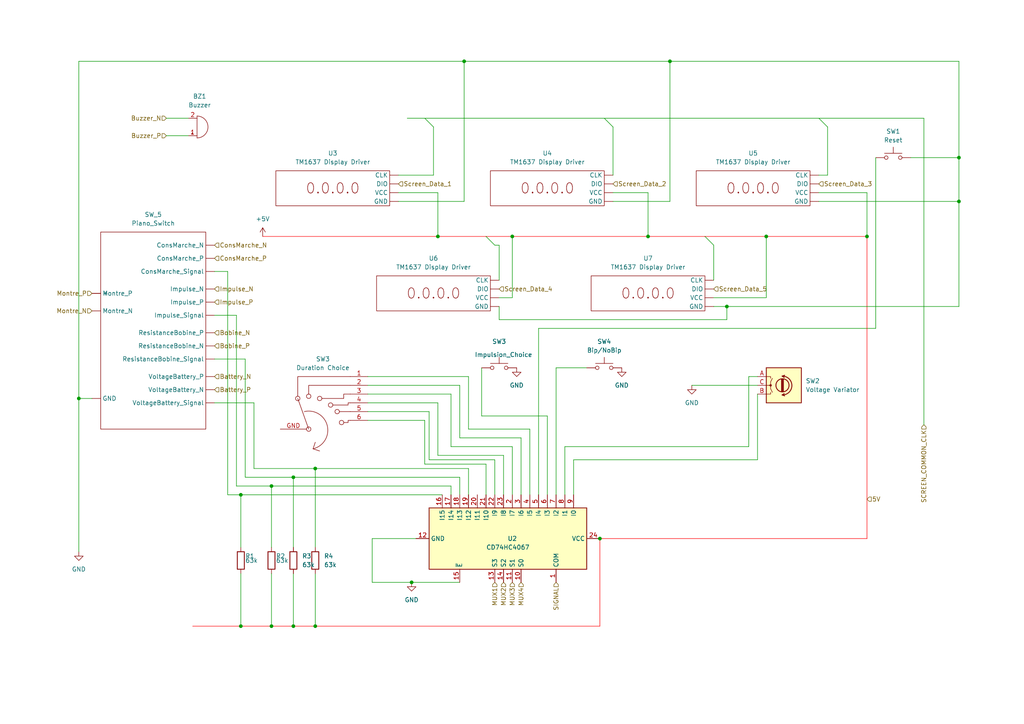
<source format=kicad_sch>
(kicad_sch (version 20211123) (generator eeschema)
  (paper "A4")
  (title_block (title "Facade (Boutons + Ecrans)") (date "2023-05-25") (rev "1") (company "Laetitia Dallinge Dev") (comment 1 "+41 79 584 48 57") (comment 2 "laetitia.dallinge@gmail.com") (comment 3 "Licence: GNU GPL V3"))
  (lib_symbols
    (symbol "74xx:CD74HC4067M"
      (property "Reference" "U" (at -8.89 22.86 0))
      (property "Value" "CD74HC4067M" (at 1.27 22.86 0))
      (symbol "CD74HC4067M_0_1"
        (rectangle (start -8.89 21.59) (end 8.89 -24.13) (stroke (width 0.254)) (fill (type background)))
      )
      (symbol "CD74HC4067M_1_1"
        (pin passive line (at -12.7 12.7 0) (length 3.81) (name "COM") (number "1"))
        (pin input line (at -12.7 2.54 0) (length 3.81) (name "S0") (number "10"))
        (pin input line (at -12.7 0 0) (length 3.81) (name "S1") (number "11"))
        (pin power_in line (at 0 -27.94 90) (length 3.81) (name "GND") (number "12"))
        (pin input line (at -12.7 -5.08 0) (length 3.81) (name "S3") (number "13"))
        (pin input line (at -12.7 -2.54 0) (length 3.81) (name "S2") (number "14"))
        (pin input line (at -12.7 -15.24 0) (length 3.81) (name "~{E}") (number "15"))
        (pin passive line (at 12.7 -20.32 180) (length 3.81) (name "I15") (number "16"))
        (pin passive line (at 12.7 -17.78 180) (length 3.81) (name "I14") (number "17"))
        (pin passive line (at 12.7 -15.24 180) (length 3.81) (name "I13") (number "18"))
        (pin passive line (at 12.7 -12.7 180) (length 3.81) (name "I12") (number "19"))
        (pin passive line (at 12.7 0 180) (length 3.81) (name "I7") (number "2"))
        (pin passive line (at 12.7 -10.16 180) (length 3.81) (name "I11") (number "20"))
        (pin passive line (at 12.7 -7.62 180) (length 3.81) (name "I10") (number "21"))
        (pin passive line (at 12.7 -5.08 180) (length 3.81) (name "I9") (number "22"))
        (pin passive line (at 12.7 -2.54 180) (length 3.81) (name "I8") (number "23"))
        (pin power_in line (at 0 25.4 270) (length 3.81) (name "VCC") (number "24"))
        (pin passive line (at 12.7 2.54 180) (length 3.81) (name "I6") (number "3"))
        (pin passive line (at 12.7 5.08 180) (length 3.81) (name "I5") (number "4"))
        (pin passive line (at 12.7 7.62 180) (length 3.81) (name "I4") (number "5"))
        (pin passive line (at 12.7 10.16 180) (length 3.81) (name "I3") (number "6"))
        (pin passive line (at 12.7 12.7 180) (length 3.81) (name "I2") (number "7"))
        (pin passive line (at 12.7 15.24 180) (length 3.81) (name "I1") (number "8"))
        (pin passive line (at 12.7 17.78 180) (length 3.81) (name "I0") (number "9"))
      )
    )
    (symbol "Device:Buzzer" (pin_names (offset 0.0254) hide)
      (property "Reference" "BZ" (at 3.81 1.27 0))
      (property "Value" "Buzzer" (at 3.81 -1.27 0))
      (symbol "Buzzer_0_1"
        (arc (start 0 -3.175) (mid 3.175 0) (end 0 3.175))
        (polyline (pts (xy -1.651 1.905) (xy -1.143 1.905)))
        (polyline (pts (xy -1.397 2.159) (xy -1.397 1.651)))
        (polyline (pts (xy 0 3.175) (xy 0 -3.175)))
      )
      (symbol "Buzzer_1_1"
        (pin passive line (at -2.54 2.54 0) (length 2.54) (name "-") (number "1"))
        (pin passive line (at -2.54 -2.54 0) (length 2.54) (name "+") (number "2"))
      )
    )
    (symbol "Device:R" (pin_numbers hide) (pin_names (offset 0))
      (property "Reference" "R" (at 2.032 0 90))
      (property "Value" "R" (at 0 0 90))
      (symbol "R_0_1"
        (rectangle (start -1.016 -2.54) (end 1.016 2.54) (stroke (width 0.254)))
      )
      (symbol "R_1_1"
        (pin passive line (at 0 3.81 270) (length 1.27) (name "~") (number "1"))
        (pin passive line (at 0 -3.81 90) (length 1.27) (name "~") (number "2"))
      )
    )
    (symbol "Device:RotaryEncoder" (pin_names (offset 0.254) hide)
      (property "Reference" "SW" (at 0 6.604 0))
      (property "Value" "RotaryEncoder" (at 0 -6.604 0))
      (symbol "RotaryEncoder_0_1"
        (rectangle (start -5.08 5.08) (end 5.08 -5.08) (stroke (width 0.254)) (fill (type background)))
        (circle (center -3.81 0) (radius 0.254) (fill (type outline)))
        (arc (start -0.381 -2.794) (mid 2.3622 -0.0508) (end -0.381 2.667) (stroke (width 0.254)))
        (circle (center -0.381 0) (radius 1.905) (stroke (width 0.254)))
        (polyline (pts (xy -0.635 -1.778) (xy -0.635 1.778)) (stroke (width 0.254)))
        (polyline (pts (xy -0.381 -1.778) (xy -0.381 1.778)) (stroke (width 0.254)))
        (polyline (pts (xy -0.127 1.778) (xy -0.127 -1.778)) (stroke (width 0.254)))
        (polyline (pts (xy -5.08 -2.54) (xy -3.81 -2.54) (xy -3.81 -2.032)))
        (polyline (pts (xy -5.08 2.54) (xy -3.81 2.54) (xy -3.81 2.032)))
        (polyline (pts (xy 0.254 -3.048) (xy -0.508 -2.794) (xy 0.127 -2.413)) (stroke (width 0.254)))
        (polyline (pts (xy 0.254 2.921) (xy -0.508 2.667) (xy 0.127 2.286)) (stroke (width 0.254)))
        (polyline (pts (xy -5.08 0) (xy -3.81 0) (xy -3.81 -1.016) (xy -3.302 -2.032)))
        (polyline (pts (xy -4.318 0) (xy -3.81 0) (xy -3.81 1.016) (xy -3.302 2.032)))
      )
      (symbol "RotaryEncoder_1_1"
        (pin passive line (at -7.62 2.54 0) (length 2.54) (name "A") (number "A"))
        (pin passive line (at -7.62 -2.54 0) (length 2.54) (name "B") (number "B"))
        (pin passive line (at -7.62 0 0) (length 2.54) (name "C") (number "C"))
      )
    )
    (symbol "New_Library:Piano_Switch"
      (property "Reference" "U?" (at -5.08 0 0))
      (property "Value" "Piano_Switch" (at -5.08 -2.54 0))
      (symbol "Piano_Switch_0_1"
        (rectangle (start -20.32 -5.08) (end 10.16 -62.23))
      )
      (symbol "Piano_Switch_1_1"
        (pin output line (at -22.86 -22.86 0) (length 2.54) (name "+") (number ""))
        (pin input line (at 12.7 -8.89 180) (length 2.54) (name "ConsMarche_N") (number ""))
        (pin input line (at 12.7 -12.7 180) (length 2.54) (name "ConsMarche_P") (number ""))
        (pin output line (at 12.7 -16.51 180) (length 2.54) (name "ConsMarche_Signal") (number ""))
        (pin input line (at -22.86 -53.34 0) (length 2.54) (name "GND") (number ""))
        (pin input line (at 12.7 -21.59 180) (length 2.54) (name "Impulse_N") (number ""))
        (pin input line (at 12.7 -25.4 180) (length 2.54) (name "Impulse_P") (number ""))
        (pin output line (at 12.7 -29.21 180) (length 2.54) (name "Impulse_Signal") (number ""))
        (pin output line (at -22.86 -27.94 0) (length 2.54) (name "Montre_N") (number ""))
        (pin output line (at -22.86 -22.86 0) (length 2.54) (name "Montre_P") (number ""))
        (pin input line (at 12.7 -38.1 180) (length 2.54) (name "ResistanceBobine_N") (number ""))
        (pin input line (at 12.7 -34.29 180) (length 2.54) (name "ResistanceBobine_P") (number ""))
        (pin output line (at 12.7 -41.91 180) (length 2.54) (name "ResistanceBobine_Signal") (number ""))
        (pin input line (at 12.7 -50.8 180) (length 2.54) (name "VoltageBattery_N") (number ""))
        (pin input line (at 12.7 -46.99 180) (length 2.54) (name "VoltageBattery_P") (number ""))
        (pin output line (at 12.7 -54.61 180) (length 2.54) (name "VoltageBattery_Signal") (number ""))
      )
    )
    (symbol "New_Library:SW_Rotary6" (pin_names (offset 1.016) hide)
      (property "Reference" "SW" (at 0 17.78 0))
      (property "Value" "SW_Rotary6" (at 0 -17.78 0))
      (symbol "SW_Rotary6_0_0"
        (circle (center -10.16 8.89) (radius 0.635))
        (circle (center -6.985 0) (radius 0.635))
        (circle (center -6.985 9.525) (radius 0.635))
        (arc (start -5.715 -5.715) (mid -1.5995 0.937) (end -8.255 5.08))
        (circle (center -3.81 8.89) (radius 0.635))
        (circle (center -0.635 6.985) (radius 0.635))
        (polyline (pts (xy -6.985 0) (xy -10.16 8.89)))
        (polyline (pts (xy -5.715 -5.715) (xy -5.08 -3.81)))
        (polyline (pts (xy -5.715 -5.715) (xy -3.81 -6.35)))
        (polyline (pts (xy 1.905 5.08) (xy 5.08 5.08)))
        (polyline (pts (xy -10.16 9.525) (xy -10.16 15.24) (xy 5.08 15.24)))
        (polyline (pts (xy -6.985 10.16) (xy -6.985 12.7) (xy 5.08 12.7)))
        (polyline (pts (xy -3.175 8.89) (xy 3.175 8.89) (xy 3.175 10.16) (xy 5.08 10.16)))
        (polyline (pts (xy 0 6.985) (xy 4.445 6.985) (xy 4.445 7.62) (xy 5.08 7.62)))
        (polyline (pts (xy 3.175 1.905) (xy 4.445 1.905) (xy 4.445 2.54) (xy 5.08 2.54)))
        (circle (center 1.27 5.08) (radius 0.635))
        (circle (center 2.54 1.905) (radius 0.635))
      )
      (symbol "SW_Rotary6_0_1"
        (pin passive line (at 10.16 15.24 180) (length 5.08) (name "1") (number "1"))
        (pin passive line (at 10.16 12.7 180) (length 5.08) (name "2") (number "2"))
        (pin passive line (at 10.16 10.16 180) (length 5.08) (name "3") (number "3"))
        (pin passive line (at 10.16 7.62 180) (length 5.08) (name "4") (number "4"))
        (pin passive line (at 10.16 5.08 180) (length 5.08) (name "5") (number "5"))
        (pin passive line (at 10.16 2.54 180) (length 5.08) (name "6") (number "6"))
        (pin passive line (at -15.24 0 0) (length 7.62) (name "GND") (number "GND"))
      )
    )
    (symbol "New_Library:TM1637 Display Driver"
      (property "Reference" "U" (at 0 -3.81 0))
      (property "Value" "TM1637 Display Driver" (at 0 -11.43 0))
      (symbol "TM1637 Display Driver_0_0"
        (text "0.0.0.0" (at 0 -7.62 0) (effects (font (size 3 3))))
      )
      (symbol "TM1637 Display Driver_0_1"
        (rectangle (start 16.51 -2.54) (end -16.51 -12.7))
      )
      (symbol "TM1637 Display Driver_1_1"
        (pin input line (at 19.05 -3.81 180) (length 2.54) (name "CLK") (number ""))
        (pin input line (at 19.05 -6.35 180) (length 2.54) (name "DIO") (number ""))
        (pin input line (at 19.05 -11.43 180) (length 2.54) (name "GND") (number ""))
        (pin input line (at 19.05 -8.89 180) (length 2.54) (name "VCC") (number ""))
      )
    )
    (symbol "Switch:SW_Push" (pin_numbers hide) (pin_names (offset 1.016) hide)
      (property "Reference" "SW" (at 1.27 2.54 0))
      (property "Value" "SW_Push" (at 0 -1.524 0))
      (symbol "SW_Push_0_1"
        (circle (center -2.032 0) (radius 0.508))
        (polyline (pts (xy 0 1.27) (xy 0 3.048)))
        (polyline (pts (xy 2.54 1.27) (xy -2.54 1.27)))
        (circle (center 2.032 0) (radius 0.508))
        (pin passive line (at -5.08 0 0) (length 2.54) (name "1") (number "1"))
        (pin passive line (at 5.08 0 180) (length 2.54) (name "2") (number "2"))
      )
    )
    (symbol "power:+5V" (power) (pin_names (offset 0))
      (property "Value" "+5V" (at 0 3.556 0))
      (symbol "+5V_0_1"
        (polyline (pts (xy -0.762 1.27) (xy 0 2.54)))
        (polyline (pts (xy 0 0) (xy 0 2.54)))
        (polyline (pts (xy 0 2.54) (xy 0.762 1.27)))
      )
      (symbol "+5V_1_1"
        (pin power_in line (at 0 0 90) (length 0) hide (name "+5V") (number "1"))
      )
    )
    (symbol "power:GND" (power) (pin_names (offset 0))
      (property "Value" "GND" (at 0 -3.81 0))
      (symbol "GND_0_1"
        (polyline (pts (xy 0 0) (xy 0 -1.27) (xy 1.27 -1.27) (xy 0 -2.54) (xy -1.27 -1.27) (xy 0 -1.27)))
      )
      (symbol "GND_1_1"
        (pin power_in line (at 0 0 270) (length 0) hide (name "GND") (number "1"))
      )
    )
  )
  (junction (at 210.82 88.9))
  (junction (at 278.13 58.42))
  (junction (at 69.85 143.51))
  (junction (at 85.09 138.43))
  (junction (at 278.13 45.72))
  (junction (at 85.09 181.61))
  (junction (at 78.74 181.61))
  (junction (at 187.96 68.58))
  (junction (at 134.62 17.78))
  (junction (at 91.44 181.61))
  (junction (at 69.85 181.61))
  (junction (at 148.59 68.58))
  (junction (at 91.44 135.89))
  (junction (at 119.38 168.91))
  (junction (at 78.74 140.97))
  (junction (at 127 68.58))
  (junction (at 222.25 68.58))
  (junction (at 194.31 17.78))
  (junction (at 22.86 115.57))
  (junction (at 251.46 68.58))
  (junction (at 173.99 156.21))
  (bus_entry (at 204.47 68.58) (size 2.54 2.54))
  (bus_entry (at 140.97 68.58) (size 2.54 2.54))
  (bus_entry (at 237.49 34.29) (size 2.54 2.54))
  (bus_entry (at 123.19 34.29) (size 2.54 2.54))
  (bus_entry (at 175.26 34.29) (size 2.54 2.54))
  (wire (pts (xy 144.78 88.9) (xy 144.78 92.71)))
  (wire (pts (xy 26.67 115.57) (xy 22.86 115.57)))
  (wire (pts (xy 267.97 34.29) (xy 267.97 123.19)))
  (wire (pts (xy 207.01 88.9) (xy 210.82 88.9)))
  (wire (pts (xy 107.95 168.91) (xy 119.38 168.91)))
  (wire (pts (xy 170.18 106.68) (xy 161.29 106.68)))
  (wire (pts (xy 54.61 34.29) (xy 48.26 34.29)))
  (wire (pts (xy 146.05 143.51) (xy 146.05 132.08)))
  (wire (pts (xy 107.95 168.91) (xy 107.95 156.21)))
  (wire (pts (xy 71.12 104.14) (xy 71.12 138.43)))
  (wire (pts (xy 85.09 138.43) (xy 133.35 138.43)))
  (wire (pts (xy 187.96 55.88) (xy 187.96 68.58)))
  (wire (pts (xy 222.25 86.36) (xy 222.25 68.58)))
  (wire (pts (xy 219.71 114.3) (xy 219.71 133.35)))
  (wire (pts (xy 123.19 134.62) (xy 140.97 134.62)))
  (wire (pts (xy 217.17 109.22) (xy 217.17 129.54)))
  (wire (pts (xy 207.01 71.12) (xy 207.01 81.28)))
  (wire (pts (xy 91.44 135.89) (xy 91.44 158.75)))
  (wire (pts (xy 62.23 78.74) (xy 66.04 78.74)))
  (wire (pts (xy 62.23 116.84) (xy 73.66 116.84)))
  (wire (pts (xy 166.37 133.35) (xy 166.37 143.51)))
  (wire (pts (xy 130.81 140.97) (xy 130.81 143.51)))
  (wire (pts (xy 151.13 143.51) (xy 151.13 127)))
  (wire (pts (xy 127 132.08) (xy 127 116.84)))
  (wire (pts (xy 135.89 124.46) (xy 153.67 124.46)))
  (wire (pts (xy 106.68 121.92) (xy 123.19 121.92)))
  (wire (pts (xy 127 55.88) (xy 127 68.58)))
  (wire (pts (xy 240.03 50.8) (xy 240.03 36.83)))
  (wire (pts (xy 130.81 114.3) (xy 130.81 129.54)))
  (wire (pts (xy 144.78 86.36) (xy 148.59 86.36)))
  (wire (pts (xy 153.67 124.46) (xy 153.67 143.51)))
  (wire (pts (xy 69.85 166.37) (xy 69.85 181.61)))
  (wire (pts (xy 278.13 58.42) (xy 278.13 45.72)))
  (wire (pts (xy 22.86 17.78) (xy 22.86 115.57)))
  (wire (pts (xy 85.09 166.37) (xy 85.09 181.61)))
  (wire (pts (xy 62.23 91.44) (xy 68.58 91.44)))
  (wire (pts (xy 135.89 135.89) (xy 135.89 143.51)))
  (wire (pts (xy 237.49 50.8) (xy 240.03 50.8)))
  (wire (pts (xy 125.73 50.8) (xy 125.73 36.83)))
  (wire (pts (xy 54.61 39.37) (xy 48.26 39.37)))
  (wire (pts (xy 133.35 168.91) (xy 119.38 168.91)))
  (wire (pts (xy 73.66 116.84) (xy 73.66 135.89)))
  (wire (pts (xy 173.99 156.21) (xy 173.99 181.61)) (stroke (width 0) (color 255 0 4 1)))
  (wire (pts (xy 140.97 134.62) (xy 140.97 143.51)))
  (wire (pts (xy 69.85 143.51) (xy 128.27 143.51)))
  (wire (pts (xy 22.86 115.57) (xy 22.86 160.02)))
  (wire (pts (xy 139.7 106.68) (xy 139.7 120.65)))
  (wire (pts (xy 278.13 45.72) (xy 278.13 17.78)))
  (wire (pts (xy 106.68 109.22) (xy 135.89 109.22)))
  (wire (pts (xy 73.66 135.89) (xy 91.44 135.89)))
  (wire (pts (xy 123.19 34.29) (xy 175.26 34.29)))
  (wire (pts (xy 124.46 133.35) (xy 124.46 119.38)))
  (wire (pts (xy 219.71 133.35) (xy 166.37 133.35)))
  (wire (pts (xy 130.81 129.54) (xy 148.59 129.54)))
  (wire (pts (xy 210.82 88.9) (xy 278.13 88.9)))
  (wire (pts (xy 66.04 78.74) (xy 66.04 143.51)))
  (wire (pts (xy 69.85 181.61) (xy 78.74 181.61)) (stroke (width 0) (color 255 0 4 1)))
  (wire (pts (xy 237.49 34.29) (xy 267.97 34.29)))
  (wire (pts (xy 55.88 181.61) (xy 69.85 181.61)) (stroke (width 0) (color 255 0 4 1)))
  (wire (pts (xy 187.96 68.58) (xy 204.47 68.58)) (stroke (width 0) (color 255 0 4 1)))
  (wire (pts (xy 91.44 135.89) (xy 135.89 135.89)))
  (wire (pts (xy 237.49 55.88) (xy 251.46 55.88)))
  (wire (pts (xy 163.83 129.54) (xy 163.83 143.51)))
  (wire (pts (xy 134.62 17.78) (xy 194.31 17.78)))
  (wire (pts (xy 76.2 68.58) (xy 127 68.58)) (stroke (width 0) (color 255 0 4 1)))
  (wire (pts (xy 158.75 120.65) (xy 158.75 143.51)))
  (wire (pts (xy 177.8 58.42) (xy 194.31 58.42)))
  (wire (pts (xy 124.46 119.38) (xy 106.68 119.38)))
  (wire (pts (xy 156.21 95.25) (xy 156.21 143.51)))
  (wire (pts (xy 133.35 111.76) (xy 106.68 111.76)))
  (wire (pts (xy 106.68 114.3) (xy 130.81 114.3)))
  (wire (pts (xy 69.85 158.75) (xy 69.85 143.51)))
  (wire (pts (xy 210.82 92.71) (xy 210.82 88.9)))
  (wire (pts (xy 85.09 181.61) (xy 91.44 181.61)) (stroke (width 0) (color 255 0 4 1)))
  (wire (pts (xy 123.19 121.92) (xy 123.19 134.62)))
  (wire (pts (xy 254 45.72) (xy 254 95.25)))
  (wire (pts (xy 217.17 129.54) (xy 163.83 129.54)))
  (wire (pts (xy 133.35 127) (xy 133.35 111.76)))
  (wire (pts (xy 68.58 91.44) (xy 68.58 140.97)))
  (wire (pts (xy 237.49 58.42) (xy 278.13 58.42)))
  (wire (pts (xy 78.74 166.37) (xy 78.74 181.61)))
  (wire (pts (xy 177.8 55.88) (xy 187.96 55.88)))
  (wire (pts (xy 134.62 58.42) (xy 134.62 17.78)))
  (wire (pts (xy 78.74 181.61) (xy 85.09 181.61)) (stroke (width 0) (color 255 0 4 1)))
  (wire (pts (xy 278.13 88.9) (xy 278.13 58.42)))
  (wire (pts (xy 143.51 143.51) (xy 143.51 133.35)))
  (wire (pts (xy 148.59 86.36) (xy 148.59 68.58)))
  (wire (pts (xy 115.57 58.42) (xy 134.62 58.42)))
  (wire (pts (xy 177.8 36.83) (xy 177.8 50.8)))
  (wire (pts (xy 146.05 132.08) (xy 127 132.08)))
  (wire (pts (xy 127 68.58) (xy 140.97 68.58)) (stroke (width 0) (color 255 0 4 1)))
  (wire (pts (xy 135.89 109.22) (xy 135.89 124.46)))
  (wire (pts (xy 264.16 45.72) (xy 278.13 45.72)))
  (wire (pts (xy 85.09 158.75) (xy 85.09 138.43)))
  (wire (pts (xy 173.99 156.21) (xy 251.46 156.21)) (stroke (width 0) (color 255 0 4 1)))
  (wire (pts (xy 106.68 116.84) (xy 127 116.84)))
  (wire (pts (xy 222.25 68.58) (xy 251.46 68.58)) (stroke (width 0) (color 255 0 4 1)))
  (wire (pts (xy 175.26 34.29) (xy 237.49 34.29)))
  (wire (pts (xy 91.44 181.61) (xy 173.99 181.61)) (stroke (width 0) (color 255 0 4 1)))
  (wire (pts (xy 143.51 133.35) (xy 124.46 133.35)))
  (wire (pts (xy 62.23 104.14) (xy 71.12 104.14)))
  (wire (pts (xy 219.71 111.76) (xy 200.66 111.76)))
  (wire (pts (xy 115.57 50.8) (xy 125.73 50.8)))
  (wire (pts (xy 107.95 156.21) (xy 120.65 156.21)))
  (wire (pts (xy 118.11 34.29) (xy 123.19 34.29)))
  (wire (pts (xy 194.31 17.78) (xy 278.13 17.78)))
  (wire (pts (xy 204.47 68.58) (xy 222.25 68.58)) (stroke (width 0) (color 255 0 4 1)))
  (wire (pts (xy 251.46 55.88) (xy 251.46 68.58)))
  (wire (pts (xy 115.57 55.88) (xy 127 55.88)))
  (wire (pts (xy 144.78 81.28) (xy 144.78 71.12)))
  (wire (pts (xy 148.59 129.54) (xy 148.59 143.51)))
  (wire (pts (xy 66.04 143.51) (xy 69.85 143.51)))
  (wire (pts (xy 161.29 106.68) (xy 161.29 143.51)))
  (wire (pts (xy 151.13 127) (xy 133.35 127)))
  (wire (pts (xy 22.86 17.78) (xy 134.62 17.78)))
  (wire (pts (xy 219.71 109.22) (xy 217.17 109.22)))
  (wire (pts (xy 133.35 138.43) (xy 133.35 143.51)))
  (wire (pts (xy 251.46 156.21) (xy 251.46 68.58)) (stroke (width 0) (color 255 0 4 1)))
  (wire (pts (xy 207.01 86.36) (xy 222.25 86.36)))
  (wire (pts (xy 71.12 138.43) (xy 85.09 138.43)))
  (wire (pts (xy 78.74 140.97) (xy 130.81 140.97)))
  (wire (pts (xy 140.97 68.58) (xy 148.59 68.58)) (stroke (width 0) (color 255 0 4 1)))
  (wire (pts (xy 144.78 92.71) (xy 210.82 92.71)))
  (wire (pts (xy 91.44 166.37) (xy 91.44 181.61)))
  (wire (pts (xy 254 95.25) (xy 156.21 95.25)))
  (wire (pts (xy 194.31 58.42) (xy 194.31 17.78)))
  (wire (pts (xy 144.78 71.12) (xy 143.51 71.12)))
  (wire (pts (xy 148.59 68.58) (xy 187.96 68.58)) (stroke (width 0) (color 255 0 4 1)))
  (wire (pts (xy 78.74 158.75) (xy 78.74 140.97)))
  (wire (pts (xy 68.58 140.97) (xy 78.74 140.97)))
  (wire (pts (xy 139.7 120.65) (xy 158.75 120.65)))
  (hierarchical_label "Impulse_P" (shape input) (at 62.23 87.63 0))
  (hierarchical_label "ConsMarche_P" (shape input) (at 62.23 74.93 0))
  (hierarchical_label "5V" (shape input) (at 251.46 144.78 0))
  (hierarchical_label "SIGNAL" (shape input) (at 161.29 168.91 270))
  (hierarchical_label "Battery_N" (shape input) (at 62.23 109.22 0))
  (hierarchical_label "ConsMarche_N" (shape input) (at 62.23 71.12 0))
  (hierarchical_label "Battery_P" (shape input) (at 62.23 113.03 0))
  (hierarchical_label "Bobine_P" (shape input) (at 62.23 100.33 0))
  (hierarchical_label "MUX3" (shape input) (at 148.59 168.91 270))
  (hierarchical_label "Buzzer_N" (shape input) (at 48.26 34.29 180))
  (hierarchical_label "Screen_Data_5" (shape input) (at 207.01 83.82 0))
  (hierarchical_label "Impulse_N" (shape input) (at 62.23 83.82 0))
  (hierarchical_label "Screen_Data_2" (shape input) (at 177.8 53.34 0))
  (hierarchical_label "SCREEN_COMMON_CLK" (shape input) (at 267.97 123.19 270))
  (hierarchical_label "Buzzer_P" (shape input) (at 48.26 39.37 180))
  (hierarchical_label "MUX2" (shape input) (at 146.05 168.91 270))
  (hierarchical_label "MUX1" (shape input) (at 143.51 168.91 270))
  (hierarchical_label "Screen_Data_3" (shape input) (at 237.49 53.34 0))
  (hierarchical_label "Screen_Data_4" (shape input) (at 144.78 83.82 0))
  (hierarchical_label "Montre_P" (shape input) (at 26.67 85.09 180))
  (hierarchical_label "Montre_N" (shape input) (at 26.67 90.17 180))
  (hierarchical_label "Screen_Data_1" (shape input) (at 115.57 53.34 0))
  (hierarchical_label "Bobine_N" (shape input) (at 62.23 96.52 0))
  (hierarchical_label "MUX4" (shape input) (at 151.13 168.91 270))
  (symbol (lib_id "New_Library:TM1637 Display Driver") (at 187.96 77.47 0) (unit 1)
    (property "Reference" "U7" (at 187.96 74.93 0))
    (property "Value" "TM1637 Display Driver" (at 187.96 77.47 0))
  )
  (symbol (lib_id "Device:RotaryEncoder") (at 227.33 111.76 0) (unit 1)
    (property "Reference" "SW2" (at 233.68 110.4899 0) (effects (justify left)))
    (property "Value" "Voltage Variator" (at 233.68 113.0299 0) (effects (justify left)))
  )
  (symbol (lib_id "Device:R") (at 85.09 162.56 0) (unit 1)
    (property "Reference" "R3" (at 87.63 161.2899 0) (effects (justify left)))
    (property "Value" "63k" (at 87.63 163.8299 0) (effects (justify left)))
  )
  (symbol (lib_id "power:GND") (at 119.38 168.91 0) (unit 1)
    (property "Reference" "#PWR?" (effects hide))
    (property "Value" "GND" (at 119.38 173.99 0))
  )
  (symbol (lib_id "Device:R") (at 91.44 162.56 0) (unit 1)
    (property "Reference" "R4" (at 93.98 161.2899 0) (effects (justify left)))
    (property "Value" "63k" (at 93.98 163.8299 0) (effects (justify left)))
  )
  (symbol (lib_id "New_Library:Piano_Switch") (at 49.53 62.23 0) (unit 1)
    (property "Reference" "SW_5" (at 44.45 62.23 0))
    (property "Value" "Piano_Switch" (at 44.45 64.77 0))
  )
  (symbol (lib_id "New_Library:TM1637 Display Driver") (at 158.75 46.99 0) (unit 1)
    (property "Reference" "U4" (at 158.75 44.45 0))
    (property "Value" "TM1637 Display Driver" (at 158.75 46.99 0))
  )
  (symbol (lib_id "New_Library:TM1637 Display Driver") (at 218.44 46.99 0) (unit 1)
    (property "Reference" "U5" (at 218.44 44.45 0))
    (property "Value" "TM1637 Display Driver" (at 218.44 46.99 0))
  )
  (symbol (lib_id "Device:R") (at 78.74 162.56 0) (unit 1)
    (property "Reference" "R2" (at 80.01 161.29 0) (effects (justify left)))
    (property "Value" "63k" (at 80.01 162.56 0) (effects (justify left)))
  )
  (symbol (lib_id "power:+5V") (at 76.2 68.58 0) (unit 1)
    (property "Reference" "#PWR?" (effects hide))
    (property "Value" "+5V" (at 76.2 63.5 0))
  )
  (symbol (lib_id "power:GND") (at 22.86 160.02 0) (unit 1)
    (property "Reference" "#PWR?" (effects hide))
    (property "Value" "GND" (at 22.86 165.1 0))
  )
  (symbol (lib_id "New_Library:SW_Rotary6") (at 96.52 124.46 0) (unit 1)
    (property "Reference" "SW3" (at 93.6625 104.14 0))
    (property "Value" "Duration Choice" (at 93.6625 106.68 0))
    (property "Datasheet" "http://cdn-reichelt.de/documents/datenblatt/C200/DS-Serie%23LOR.pdf" (effects hide))
  )
  (symbol (lib_id "New_Library:TM1637 Display Driver") (at 96.52 46.99 0) (unit 1)
    (property "Reference" "U3" (at 96.52 44.45 0))
    (property "Value" "TM1637 Display Driver" (at 96.52 46.99 0))
  )
  (symbol (lib_id "power:GND") (at 180.34 106.68 0) (unit 1)
    (property "Reference" "#PWR?" (effects hide))
    (property "Value" "GND" (at 180.34 111.76 0))
  )
  (symbol (lib_id "Switch:SW_Push") (at 175.26 106.68 0) (unit 1)
    (property "Reference" "SW4" (at 175.26 99.06 0))
    (property "Value" "Bip/NoBip" (at 175.26 101.6 0))
  )
  (symbol (lib_id "Device:Buzzer") (at 57.15 36.83 0) (mirror x) (unit 1)
    (property "Reference" "BZ1" (at 57.912 27.94 0))
    (property "Value" "Buzzer" (at 57.912 30.48 0))
  )
  (symbol (lib_id "74xx:CD74HC4067M") (at 148.59 156.21 270) (mirror x) (unit 1)
    (property "Reference" "U2" (at 148.59 156.21 90))
    (property "Value" "CD74HC4067" (at 147.32 158.75 90))
    (property "Footprint" "Package_SO:SOIC-24W_7.5x15.4mm_P1.27mm" (effects hide))
    (property "Datasheet" "http://www.ti.com/lit/ds/symlink/cd74hc4067.pdf" (effects hide))
  )
  (symbol (lib_id "New_Library:TM1637 Display Driver") (at 125.73 77.47 0) (unit 1)
    (property "Reference" "U6" (at 125.73 74.93 0))
    (property "Value" "TM1637 Display Driver" (at 125.73 77.47 0))
  )
  (symbol (lib_id "Switch:SW_Push") (at 144.78 106.68 0) (unit 1)
    (property "Reference" "SW3" (at 144.78 99.06 0))
    (property "Value" "Impulsion_Choice" (at 146.05 102.87 0))
  )
  (symbol (lib_id "power:GND") (at 200.66 111.76 0) (unit 1)
    (property "Reference" "#PWR?" (effects hide))
    (property "Value" "GND" (at 200.66 116.84 0))
  )
  (symbol (lib_id "Device:R") (at 69.85 162.56 0) (unit 1)
    (property "Reference" "R1" (at 71.12 161.29 0) (effects (justify left)))
    (property "Value" "63k" (at 71.12 162.56 0) (effects (justify left)))
  )
  (symbol (lib_id "power:GND") (at 149.86 106.68 0) (unit 1)
    (property "Reference" "#PWR?" (effects hide))
    (property "Value" "GND" (at 149.86 111.76 0))
  )
  (symbol (lib_id "Switch:SW_Push") (at 259.08 45.72 0) (unit 1)
    (property "Reference" "SW1" (at 259.08 38.1 0))
    (property "Value" "Reset" (at 259.08 40.64 0))
  )
)
</source>
